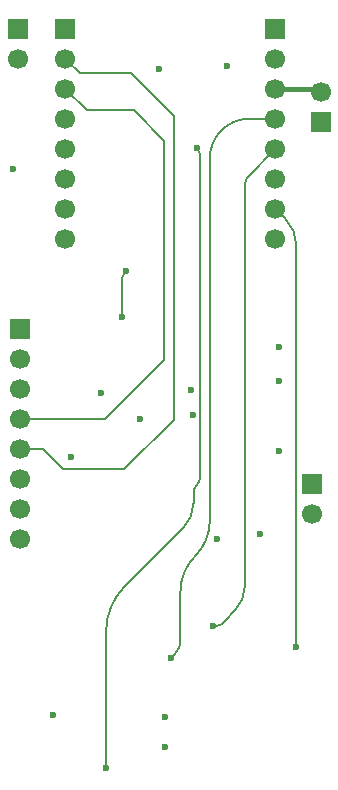
<source format=gbl>
%TF.GenerationSoftware,KiCad,Pcbnew,9.0.4*%
%TF.CreationDate,2025-12-03T04:43:21+11:00*%
%TF.ProjectId,opensenceesp32,6f70656e-7365-46e6-9365-65737033322e,rev?*%
%TF.SameCoordinates,Original*%
%TF.FileFunction,Copper,L4,Bot*%
%TF.FilePolarity,Positive*%
%FSLAX46Y46*%
G04 Gerber Fmt 4.6, Leading zero omitted, Abs format (unit mm)*
G04 Created by KiCad (PCBNEW 9.0.4) date 2025-12-03 04:43:21*
%MOMM*%
%LPD*%
G01*
G04 APERTURE LIST*
%TA.AperFunction,ComponentPad*%
%ADD10R,1.700000X1.700000*%
%TD*%
%TA.AperFunction,ComponentPad*%
%ADD11C,1.700000*%
%TD*%
%TA.AperFunction,ViaPad*%
%ADD12C,0.600000*%
%TD*%
%TA.AperFunction,Conductor*%
%ADD13C,0.200000*%
%TD*%
%TA.AperFunction,Conductor*%
%ADD14C,0.400000*%
%TD*%
G04 APERTURE END LIST*
D10*
%TO.P,SW1,1,1*%
%TO.N,Net-(U4-GPIO10)*%
X217652000Y-64084200D03*
D11*
%TO.P,SW1,2,2*%
%TO.N,Net-(R8-Pad2)*%
X217652000Y-66624200D03*
%TD*%
D10*
%TO.P,J2,1,Pin_1*%
%TO.N,VCC*%
X242570000Y-102616000D03*
D11*
%TO.P,J2,2,Pin_2*%
%TO.N,GND*%
X242570000Y-105156000D03*
%TD*%
D10*
%TO.P,J1,1,Pin_1*%
%TO.N,unconnected-(J1-Pin_1-Pad1)*%
X217805000Y-89535000D03*
D11*
%TO.P,J1,2,Pin_2*%
%TO.N,unconnected-(J1-Pin_2-Pad2)*%
X217805000Y-92075000D03*
%TO.P,J1,3,Pin_3*%
%TO.N,unconnected-(J1-Pin_3-Pad3)*%
X217805000Y-94615000D03*
%TO.P,J1,4,Pin_4*%
%TO.N,/SDA*%
X217805000Y-97155000D03*
%TO.P,J1,5,Pin_5*%
%TO.N,/SCL*%
X217805000Y-99695000D03*
%TO.P,J1,6,Pin_6*%
%TO.N,/GY_87_GND_SW*%
X217805000Y-102235000D03*
%TO.P,J1,7,Pin_7*%
%TO.N,+3.3V*%
X217805000Y-104775000D03*
%TO.P,J1,8,Pin_8*%
%TO.N,unconnected-(J1-Pin_8-Pad8)*%
X217805000Y-107315000D03*
%TD*%
D10*
%TO.P,SW2,1,A*%
%TO.N,+3.3V*%
X243256200Y-72014400D03*
D11*
%TO.P,SW2,2,B*%
%TO.N,Net-(SW2-B)*%
X243256200Y-69474400D03*
%TD*%
%TO.P,U4,0,GPIO0*%
%TO.N,unconnected-(U4-GPIO0-Pad0)*%
X239420400Y-81889600D03*
%TO.P,U4,1,GPIO1*%
%TO.N,/GPS_RESET*%
X239420400Y-79349600D03*
%TO.P,U4,2,GPIO2*%
%TO.N,unconnected-(U4-GPIO2-Pad2)*%
X239420400Y-76809600D03*
%TO.P,U4,3,GPIO21*%
%TO.N,/GPS_RX*%
X239420400Y-74269600D03*
%TO.P,U4,4,GPIO20*%
%TO.N,/GPS_TX*%
X239420400Y-71729600D03*
%TO.P,U4,5,3.3v*%
%TO.N,Net-(SW2-B)*%
X239420400Y-69189600D03*
%TO.P,U4,6,GND*%
%TO.N,GND*%
X239420400Y-66649600D03*
D10*
%TO.P,U4,7,5v*%
%TO.N,unconnected-(U4-5v-Pad7)*%
X239420400Y-64109600D03*
%TO.P,U4,8,GPIO10*%
%TO.N,Net-(U4-GPIO10)*%
X221640400Y-64109600D03*
D11*
%TO.P,U4,9,GPIO9*%
%TO.N,/SCL*%
X221640400Y-66649600D03*
%TO.P,U4,10,GPIO8*%
%TO.N,/SDA*%
X221640400Y-69189600D03*
%TO.P,U4,11,GPIO7*%
%TO.N,/1PPS*%
X221640400Y-71729600D03*
%TO.P,U4,12,GPIO6*%
%TO.N,unconnected-(U4-GPIO6-Pad12)*%
X221640400Y-74269600D03*
%TO.P,U4,13,GPIO5*%
%TO.N,unconnected-(U4-GPIO5-Pad13)*%
X221640400Y-76809600D03*
%TO.P,U4,14,GPIO4*%
%TO.N,/GPIO_GY86_ON*%
X221640400Y-79349600D03*
%TO.P,U4,15,GPIO3*%
%TO.N,/GPIO_GPS_ON*%
X221640400Y-81889600D03*
%TD*%
D12*
%TO.N,GND*%
X220573600Y-122224800D03*
X239725200Y-99872800D03*
X235305600Y-67208400D03*
X238099600Y-106832400D03*
X222148400Y-100380800D03*
X232460800Y-96824800D03*
X224637600Y-94945200D03*
X234492800Y-107289600D03*
X239776000Y-93929200D03*
%TO.N,+3.3V*%
X230124000Y-122326400D03*
X217220800Y-75946000D03*
X229565200Y-67513200D03*
X232257600Y-94640400D03*
X239776000Y-91033600D03*
X230073200Y-124917200D03*
X227939600Y-97129600D03*
%TO.N,Net-(Q1-G)*%
X226822000Y-84582000D03*
X226441000Y-88519000D03*
%TO.N,/GPS_RX*%
X234188000Y-114681000D03*
%TO.N,/1PPS*%
X232765600Y-74218800D03*
X225094800Y-126644400D03*
%TO.N,/GPS_TX*%
X230581200Y-117348000D03*
%TO.N,/GPS_RESET*%
X241198400Y-116433600D03*
%TD*%
D13*
%TO.N,/SDA*%
X230034200Y-92164800D02*
X230034200Y-73570200D01*
X227457000Y-70993000D02*
X223443800Y-70993000D01*
X217805000Y-97155000D02*
X225044000Y-97155000D01*
X225044000Y-97155000D02*
X230034200Y-92164800D01*
X223443800Y-70993000D02*
X221640400Y-69189600D01*
X230034200Y-73570200D02*
X227457000Y-70993000D01*
%TO.N,/SCL*%
X217805000Y-99695000D02*
X219735400Y-99695000D01*
X219735400Y-99695000D02*
X221422200Y-101381800D01*
X222885000Y-67868800D02*
X221640400Y-66624200D01*
X221422200Y-101381800D02*
X226633800Y-101381800D01*
X227228400Y-67868800D02*
X222885000Y-67868800D01*
X226633800Y-101381800D02*
X230835200Y-97180400D01*
X230835200Y-97180400D02*
X230835200Y-71475600D01*
X230835200Y-71475600D02*
X227228400Y-67868800D01*
%TO.N,Net-(Q1-G)*%
X226441000Y-85232407D02*
X226441000Y-88519000D01*
X226631500Y-84772500D02*
X226822000Y-84582000D01*
X226631500Y-84772500D02*
G75*
G03*
X226441003Y-85232407I459900J-459900D01*
G01*
%TO.N,/GPS_RX*%
X234886499Y-114490499D02*
X234875605Y-114501394D01*
X234188000Y-114681000D02*
X234442000Y-114681000D01*
X235267500Y-114109500D02*
X235966000Y-113411000D01*
X235267500Y-114109500D02*
X234886499Y-114490499D01*
X237079506Y-76610493D02*
X239420400Y-74269600D01*
X236855000Y-77152500D02*
X236855000Y-77787500D01*
X236855000Y-77787500D02*
X236855000Y-111264764D01*
X234875605Y-114501394D02*
G75*
G02*
X234442000Y-114681002I-433605J433594D01*
G01*
X237079506Y-76610493D02*
G75*
G03*
X236854996Y-77152500I541994J-542007D01*
G01*
X236855000Y-111264764D02*
G75*
G02*
X235966011Y-113411011I-3035200J-36D01*
G01*
%TO.N,/1PPS*%
X232765600Y-74218800D02*
X232913700Y-74366900D01*
X225094800Y-126644400D02*
X225094800Y-115131563D01*
X226688592Y-111283807D02*
X231631534Y-106340865D01*
X233061800Y-74724445D02*
X233061800Y-102032349D01*
X232511600Y-104216200D02*
X232511600Y-103360650D01*
X232511600Y-104216200D02*
G75*
G02*
X231631528Y-106340859I-3004700J0D01*
G01*
X233061800Y-74724445D02*
G75*
G03*
X232913713Y-74366887I-505600J45D01*
G01*
X226688592Y-111283807D02*
G75*
G03*
X225094759Y-115131563I3847708J-3847793D01*
G01*
X232786700Y-102696500D02*
G75*
G03*
X233061821Y-102032349I-664200J664200D01*
G01*
X232511600Y-103360650D02*
G75*
G02*
X232786685Y-102696485I939200J50D01*
G01*
%TO.N,/GPS_TX*%
X233883200Y-105732669D02*
X233883200Y-75042959D01*
X231394000Y-111742130D02*
X231394000Y-115960463D01*
X230581200Y-117348000D02*
X230987600Y-116941600D01*
X237221959Y-71704200D02*
X239420400Y-71704200D01*
X232638600Y-108737400D02*
G75*
G03*
X233883187Y-105732669I-3004700J3004700D01*
G01*
X234861100Y-72682100D02*
G75*
G02*
X237221959Y-71704154I2360900J-2360800D01*
G01*
X231394000Y-115960463D02*
G75*
G02*
X230987611Y-116941611I-1387500J-37D01*
G01*
X234861100Y-72682100D02*
G75*
G03*
X233883154Y-75042959I2360800J-2360900D01*
G01*
X231394000Y-111742130D02*
G75*
G02*
X232638591Y-108737391I4249300J30D01*
G01*
%TO.N,/GPS_RESET*%
X241198400Y-116433600D02*
X241198400Y-82359435D01*
X240309400Y-80213200D02*
X239420400Y-79324200D01*
X240309400Y-80213200D02*
G75*
G02*
X241198385Y-82359435I-2146200J-2146200D01*
G01*
D14*
%TO.N,Net-(SW2-B)*%
X243101100Y-69319300D02*
X243256200Y-69474400D01*
X242726655Y-69164200D02*
X239420400Y-69164200D01*
X243101100Y-69319300D02*
G75*
G03*
X242726655Y-69164218I-374400J-374400D01*
G01*
%TD*%
M02*

</source>
